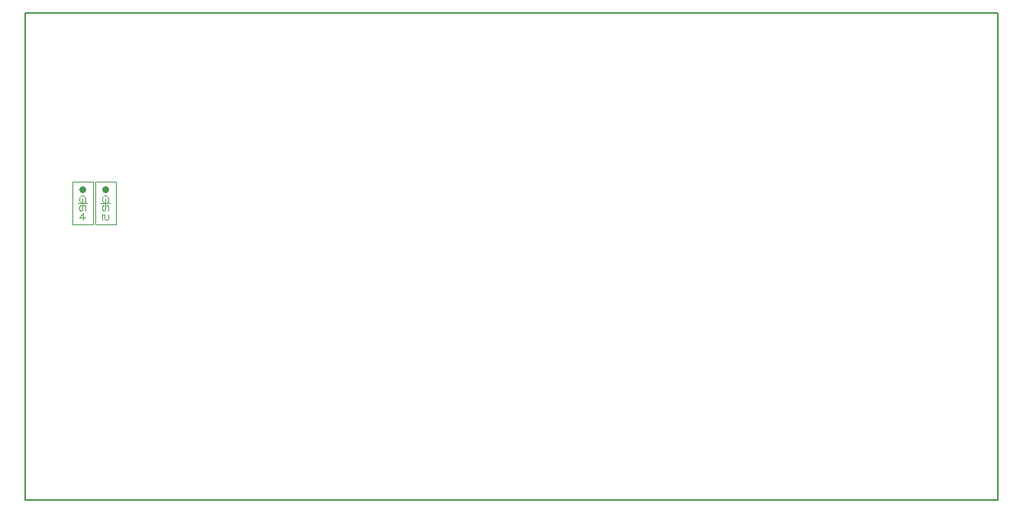
<source format=gbr>
G04 PROTEUS RS274X GERBER FILE*
%FSLAX45Y45*%
%MOMM*%
G01*
%ADD28C,0.203200*%
%ADD59C,0.050000*%
%ADD64C,0.721360*%
%ADD66C,0.110370*%
D28*
X-1079500Y-6413500D02*
X+9715500Y-6413500D01*
X+9715500Y-1016000D01*
X-1079500Y-1016000D01*
X-1079500Y-6413500D01*
D59*
X-329500Y-2886800D02*
X-329500Y-3356800D01*
X-559500Y-3356800D01*
X-559500Y-2886800D01*
X-329500Y-2886800D01*
X-494500Y-3121800D02*
X-394500Y-3121800D01*
X-444500Y-3171800D02*
X-444500Y-3071800D01*
D64*
X-444500Y-2971800D02*
X-444500Y-2971800D01*
D66*
X-422426Y-3109084D02*
X-411389Y-3096668D01*
X-411389Y-3059418D01*
X-433463Y-3034585D01*
X-455537Y-3034585D01*
X-477611Y-3059418D01*
X-477611Y-3096668D01*
X-466574Y-3109084D01*
X-466574Y-3146334D02*
X-477611Y-3158751D01*
X-477611Y-3196001D01*
X-466574Y-3208417D01*
X-455537Y-3208417D01*
X-444500Y-3196001D01*
X-444500Y-3158751D01*
X-433463Y-3146334D01*
X-411389Y-3146334D01*
X-411389Y-3208417D01*
X-433463Y-3307750D02*
X-433463Y-3233251D01*
X-477611Y-3282917D01*
X-411389Y-3282917D01*
D59*
X-75500Y-2886800D02*
X-75500Y-3356800D01*
X-305500Y-3356800D01*
X-305500Y-2886800D01*
X-75500Y-2886800D01*
X-240500Y-3121800D02*
X-140500Y-3121800D01*
X-190500Y-3171800D02*
X-190500Y-3071800D01*
D64*
X-190500Y-2971800D02*
X-190500Y-2971800D01*
D66*
X-168426Y-3109084D02*
X-157389Y-3096668D01*
X-157389Y-3059418D01*
X-179463Y-3034585D01*
X-201537Y-3034585D01*
X-223611Y-3059418D01*
X-223611Y-3096668D01*
X-212574Y-3109084D01*
X-212574Y-3146334D02*
X-223611Y-3158751D01*
X-223611Y-3196001D01*
X-212574Y-3208417D01*
X-201537Y-3208417D01*
X-190500Y-3196001D01*
X-190500Y-3158751D01*
X-179463Y-3146334D01*
X-157389Y-3146334D01*
X-157389Y-3208417D01*
X-223611Y-3307750D02*
X-223611Y-3245667D01*
X-201537Y-3245667D01*
X-201537Y-3295334D01*
X-190500Y-3307750D01*
X-168426Y-3307750D01*
X-157389Y-3295334D01*
X-157389Y-3258084D01*
X-168426Y-3245667D01*
M02*

</source>
